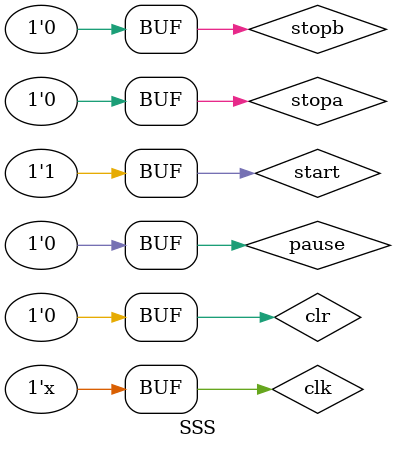
<source format=v>
`timescale 1ns / 1ps

module SSS;

	// Inputs
	reg clk;
	reg clr;
	reg start;
	reg stopa;
	reg stopb;
	reg pause;

	// Outputs
	wire r1;
	wire g1;
	wire y1;
	wire r2;
	wire g2;
	wire y2;
	wire [3:0] AN;
	wire [7:0] Seg;

	// Instantiate the Unit Under Test (UUT)
	WORK25 uut (
		.clk(clk), 
		.clr(clr), 
		.start(start), 
		.stopa(stopa), 
		.stopb(stopb), 
		.pause(pause), 
		.r1(r1), 
		.g1(g1), 
		.y1(y1), 
		.r2(r2), 
		.g2(g2), 
		.y2(y2), 
		.AN(AN), 
		.Seg(Seg)
	);

	initial begin
		// Initialize Inputs
		clk = 0;//��ʼ
		clr = 0;
		start = 1;
		stopa = 0;
		stopb = 0;
		pause = 0;

		// Wait 100 ns for global reset to finish
		#600000000;
			clk = 1;//���ɵ�����
		clr = 0;
		start = 1;
		stopa = 1;
		stopb = 0;
		pause = 0;

		// Wait 100 ns for global reset to finish
		#200000000;
			clk = 1;//�θɵ�����
		clr = 0;
		start = 1;
		stopa = 0;
		stopb = 1;
		pause = 0;

		// Wait 100 ns for global reset to finish
		#200000000;  //����
			clk = 1;
		clr = 0;
		start = 1;
		stopa = 0;
		stopb = 0;
		pause = 0;
		#1000000000;
		
		clk = 1;     //��ͣ
		clr = 0;
		start = 1;
		stopa = 0;
		stopb = 0;
		pause = 1;
		#500000000;

		// Wait 100 ns for global reset to finish
	clk = 1;     
		clr = 0;
		start = 1;
		stopa = 0;
		stopb = 0;
		pause = 0;
		// Add stimulus here
	end
	always #20 clk=~clk;  //20ns��ת

endmodule


</source>
